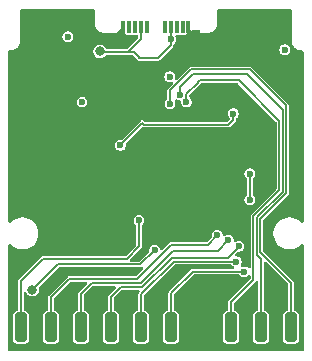
<source format=gbr>
%TF.GenerationSoftware,KiCad,Pcbnew,9.0.4*%
%TF.CreationDate,2025-09-18T11:34:16+02:00*%
%TF.ProjectId,rp2350_gpio_card,72703233-3530-45f6-9770-696f5f636172,X1*%
%TF.SameCoordinates,Original*%
%TF.FileFunction,Copper,L4,Bot*%
%TF.FilePolarity,Positive*%
%FSLAX46Y46*%
G04 Gerber Fmt 4.6, Leading zero omitted, Abs format (unit mm)*
G04 Created by KiCad (PCBNEW 9.0.4) date 2025-09-18 11:34:16*
%MOMM*%
%LPD*%
G01*
G04 APERTURE LIST*
G04 Aperture macros list*
%AMRoundRect*
0 Rectangle with rounded corners*
0 $1 Rounding radius*
0 $2 $3 $4 $5 $6 $7 $8 $9 X,Y pos of 4 corners*
0 Add a 4 corners polygon primitive as box body*
4,1,4,$2,$3,$4,$5,$6,$7,$8,$9,$2,$3,0*
0 Add four circle primitives for the rounded corners*
1,1,$1+$1,$2,$3*
1,1,$1+$1,$4,$5*
1,1,$1+$1,$6,$7*
1,1,$1+$1,$8,$9*
0 Add four rect primitives between the rounded corners*
20,1,$1+$1,$2,$3,$4,$5,0*
20,1,$1+$1,$4,$5,$6,$7,0*
20,1,$1+$1,$6,$7,$8,$9,0*
20,1,$1+$1,$8,$9,$2,$3,0*%
G04 Aperture macros list end*
%TA.AperFunction,SMDPad,CuDef*%
%ADD10R,0.380000X1.000000*%
%TD*%
%TA.AperFunction,SMDPad,CuDef*%
%ADD11R,0.700000X1.150000*%
%TD*%
%TA.AperFunction,ComponentPad*%
%ADD12C,0.600000*%
%TD*%
%TA.AperFunction,SMDPad,CuDef*%
%ADD13RoundRect,0.250000X-0.250000X1.000000X-0.250000X-1.000000X0.250000X-1.000000X0.250000X1.000000X0*%
%TD*%
%TA.AperFunction,ViaPad*%
%ADD14C,0.600000*%
%TD*%
%TA.AperFunction,ViaPad*%
%ADD15C,0.800000*%
%TD*%
%TA.AperFunction,Conductor*%
%ADD16C,0.152400*%
%TD*%
%TA.AperFunction,Conductor*%
%ADD17C,0.254000*%
%TD*%
%TA.AperFunction,Conductor*%
%ADD18C,0.200000*%
%TD*%
G04 APERTURE END LIST*
D10*
%TO.P,P1,B1,GND*%
%TO.N,GND*%
X106305183Y-54186434D03*
%TO.P,P1,B2*%
%TO.N,N/C*%
X105805183Y-54186434D03*
%TO.P,P1,B3*%
X105305183Y-54186434D03*
%TO.P,P1,B4,VBUS*%
%TO.N,VBUS*%
X104805183Y-54186434D03*
%TO.P,P1,B5,VCONN*%
%TO.N,unconnected-(P1-VCONN-PadB5)*%
X104305183Y-54186434D03*
%TO.P,P1,B8*%
%TO.N,N/C*%
X102805183Y-54186434D03*
%TO.P,P1,B9,VBUS*%
%TO.N,VBUS*%
X102305183Y-54186434D03*
%TO.P,P1,B10*%
%TO.N,N/C*%
X101805183Y-54186434D03*
%TO.P,P1,B11*%
X101305183Y-54186434D03*
%TO.P,P1,B12,GND*%
%TO.N,GND*%
X100805183Y-54186434D03*
D11*
%TO.P,P1,S1,SHIELD*%
X106975183Y-55026434D03*
%TD*%
D12*
%TO.P,U1,61,GND*%
%TO.N,GND*%
X105380183Y-68171434D03*
X106755183Y-68171434D03*
X108130183Y-68171434D03*
X105380183Y-66796434D03*
X106755183Y-66796434D03*
X108130183Y-66796434D03*
X105380183Y-65421434D03*
X106755183Y-65421434D03*
X108130183Y-65421434D03*
%TD*%
D13*
%TO.P,J1,1,Pin_1*%
%TO.N,/QSPI_SS*%
X92125183Y-79600000D03*
%TO.P,J1,2,Pin_2*%
%TO.N,/GPIO9*%
X94665183Y-79600000D03*
%TO.P,J1,3,Pin_3*%
%TO.N,/GPIO10*%
X97205183Y-79600000D03*
%TO.P,J1,4,Pin_4*%
%TO.N,/GPIO11*%
X99745183Y-79600000D03*
%TO.P,J1,5,Pin_5*%
%TO.N,/GPIO12*%
X102285183Y-79600000D03*
%TO.P,J1,6,Pin_6*%
%TO.N,/GPIO13*%
X104825183Y-79600000D03*
%TO.P,J1,7,Pin_7*%
%TO.N,GND*%
X107365183Y-79600000D03*
%TO.P,J1,8,Pin_8*%
%TO.N,/GPIO27_ADC1*%
X109905183Y-79600000D03*
%TO.P,J1,9,Pin_9*%
%TO.N,/GPIO28_ADC2*%
X112445183Y-79600000D03*
%TO.P,J1,10,Pin_10*%
%TO.N,/GPIO29_ADC3*%
X114985183Y-79600000D03*
%TD*%
D14*
%TO.N,*%
X96090000Y-54990000D03*
X114460000Y-56080000D03*
X104710000Y-58370000D03*
X97300000Y-60530000D03*
%TO.N,+1V1*%
X110100000Y-61510000D03*
X100550000Y-64200000D03*
%TO.N,VBUS*%
X104805183Y-55220000D03*
D15*
X98800000Y-56246434D03*
D14*
%TO.N,/GPIO27_ADC1*%
X106140000Y-60530000D03*
%TO.N,/GPIO29_ADC3*%
X104755183Y-60670000D03*
%TO.N,/GPIO11*%
X110555183Y-72750000D03*
%TO.N,/QSPI_SS*%
X102130183Y-70540000D03*
%TO.N,/RUN*%
X111500000Y-66600000D03*
X111500000Y-68800000D03*
%TO.N,/GPIO10*%
X109680183Y-72205729D03*
%TO.N,/GPIO9*%
X108755502Y-71815683D03*
%TO.N,/GPIO28_ADC2*%
X105560000Y-59900000D03*
%TO.N,/GPIO0*%
X103434390Y-73064390D03*
D15*
X93100000Y-76400000D03*
D14*
%TO.N,/GPIO13*%
X111040000Y-74896434D03*
%TO.N,/GPIO12*%
X110370000Y-74046434D03*
D15*
%TO.N,GND*%
X97900000Y-55050000D03*
D14*
X103304724Y-72274724D03*
D15*
X96600000Y-70000000D03*
D14*
X109260000Y-61650000D03*
D15*
X109430000Y-55400000D03*
X112380000Y-57550000D03*
D14*
X103010000Y-59820000D03*
X106930000Y-60010000D03*
D15*
X98005183Y-69996434D03*
D14*
X101850000Y-62050000D03*
D15*
X92600000Y-65000000D03*
X93200000Y-68410000D03*
X113330000Y-75850000D03*
D14*
X115180000Y-67250000D03*
D15*
X106860000Y-57060000D03*
X92250000Y-67080000D03*
D14*
X100700000Y-62600000D03*
D15*
X99300000Y-70000000D03*
D14*
X113250000Y-64980000D03*
D15*
X97630183Y-57546434D03*
%TD*%
D16*
%TO.N,GND*%
X100805183Y-54186434D02*
X100805183Y-54214817D01*
D17*
X100805183Y-54214817D02*
X99930000Y-55090000D01*
D16*
%TO.N,+1V1*%
X109670000Y-62440000D02*
X102547200Y-62440000D01*
X102547200Y-62440000D02*
X102407200Y-62300000D01*
X110100000Y-62010000D02*
X109670000Y-62440000D01*
X100550000Y-64150000D02*
X100550000Y-64200000D01*
X110100000Y-61510000D02*
X110100000Y-62010000D01*
X102407200Y-62300000D02*
X102400000Y-62300000D01*
X102400000Y-62300000D02*
X100550000Y-64150000D01*
X102407200Y-62300800D02*
X102407200Y-62300000D01*
%TO.N,VBUS*%
X104805183Y-55694817D02*
X104480000Y-56020000D01*
D18*
X102157706Y-56757706D02*
X102090000Y-56690000D01*
X102090000Y-56690000D02*
X101700000Y-56300000D01*
X102300000Y-55189634D02*
X102305183Y-55194817D01*
D16*
X104805183Y-54186434D02*
X104805183Y-55694817D01*
X102305183Y-54186434D02*
X102305183Y-54994817D01*
D18*
X103742294Y-56757706D02*
X102157706Y-56757706D01*
X98853566Y-56300000D02*
X98800000Y-56246434D01*
D16*
X102305183Y-54994817D02*
X102300000Y-55000000D01*
D18*
X101700000Y-56300000D02*
X98853566Y-56300000D01*
X102305183Y-55194817D02*
X101200000Y-56300000D01*
X102300000Y-55000000D02*
X102300000Y-55189634D01*
X103742294Y-56757706D02*
X104480000Y-56020000D01*
D16*
%TO.N,/GPIO27_ADC1*%
X107080000Y-58880000D02*
X107080000Y-58870000D01*
X109905183Y-77471434D02*
X109905183Y-80196434D01*
X107253566Y-58696434D02*
X110555183Y-58696434D01*
X113994383Y-62135634D02*
X113994383Y-68005617D01*
X107080000Y-58870000D02*
X107253566Y-58696434D01*
X111800000Y-70200000D02*
X111800000Y-75576617D01*
X111800000Y-75576617D02*
X109905183Y-77471434D01*
X113994383Y-68005617D02*
X111800000Y-70200000D01*
X106140000Y-60530000D02*
X106140000Y-59820000D01*
X106140000Y-59820000D02*
X107080000Y-58880000D01*
X110555183Y-58696434D02*
X113994383Y-62135634D01*
%TO.N,/GPIO29_ADC3*%
X111505183Y-57746434D02*
X114555183Y-60796434D01*
X112400000Y-70411288D02*
X112400000Y-73241251D01*
X104755183Y-59546434D02*
X106555183Y-57746434D01*
X112400000Y-73241251D02*
X114985183Y-75826434D01*
X106555183Y-57746434D02*
X111505183Y-57746434D01*
X114985183Y-75826434D02*
X114985183Y-80196434D01*
X114555183Y-60796434D02*
X114555183Y-68256105D01*
X104755183Y-60700000D02*
X104755183Y-60670000D01*
X114555183Y-68256105D02*
X112400000Y-70411288D01*
X104755183Y-60670000D02*
X104755183Y-59546434D01*
%TO.N,/GPIO11*%
X104906966Y-73693034D02*
X102403566Y-76196434D01*
X99745183Y-77006434D02*
X99745183Y-80196434D01*
X102403566Y-76196434D02*
X100555183Y-76196434D01*
X100555183Y-76196434D02*
X99745183Y-77006434D01*
X109633583Y-73693034D02*
X104906966Y-73693034D01*
X110555183Y-72771434D02*
X109633583Y-73693034D01*
%TO.N,/QSPI_SS*%
X92125183Y-75668728D02*
X92125183Y-80196434D01*
X101076617Y-73800000D02*
X93993911Y-73800000D01*
X93993911Y-73800000D02*
X92125183Y-75668728D01*
X102130183Y-70540000D02*
X102130183Y-72746434D01*
X102130183Y-72746434D02*
X101076617Y-73800000D01*
%TO.N,/RUN*%
X111500000Y-66570000D02*
X111500000Y-66600000D01*
X111500000Y-68800000D02*
X111500000Y-68272634D01*
X111500000Y-66600000D02*
X111500000Y-68800000D01*
%TO.N,/GPIO10*%
X97205183Y-76746434D02*
X97205183Y-80196434D01*
X109680183Y-72196434D02*
X109680183Y-72205729D01*
X109680183Y-72205729D02*
X108789478Y-73096434D01*
X108789478Y-73096434D02*
X105028720Y-73096434D01*
X105028720Y-73096434D02*
X102282120Y-75843034D01*
X98108583Y-75843034D02*
X97205183Y-76746434D01*
X102282120Y-75843034D02*
X98108583Y-75843034D01*
%TO.N,/GPIO9*%
X101955289Y-75500000D02*
X96201617Y-75500000D01*
X94665183Y-77036434D02*
X94665183Y-80196434D01*
X104855289Y-72600000D02*
X101955289Y-75500000D01*
X108755502Y-71815683D02*
X107971185Y-72600000D01*
X107971185Y-72600000D02*
X104855289Y-72600000D01*
X96201617Y-75500000D02*
X94665183Y-77036434D01*
%TO.N,/GPIO28_ADC2*%
X105560000Y-59900000D02*
X105430000Y-59770000D01*
X112119600Y-73510851D02*
X112119600Y-70295143D01*
X112119600Y-70295143D02*
X114274783Y-68139959D01*
X105580000Y-59220000D02*
X105580000Y-59880000D01*
X105580000Y-59880000D02*
X105560000Y-59900000D01*
X111255183Y-58146434D02*
X106653566Y-58146434D01*
X112445183Y-73836434D02*
X112119600Y-73510851D01*
X114274783Y-68139959D02*
X114274783Y-61166034D01*
X112445183Y-80196434D02*
X112445183Y-73836434D01*
X106653566Y-58146434D02*
X105580000Y-59220000D01*
X114274783Y-61166034D02*
X111255183Y-58146434D01*
%TO.N,/GPIO0*%
X95223166Y-74276834D02*
X93100000Y-76400000D01*
X102221946Y-74276834D02*
X95223166Y-74276834D01*
X103601588Y-72897192D02*
X103434390Y-73064390D01*
X103434390Y-73064390D02*
X102221946Y-74276834D01*
%TO.N,/GPIO13*%
X104825183Y-76726434D02*
X104825183Y-80196434D01*
X106655183Y-74896434D02*
X104825183Y-76726434D01*
X111055183Y-74896434D02*
X111040000Y-74896434D01*
X111040000Y-74896434D02*
X106655183Y-74896434D01*
%TO.N,/GPIO12*%
X102285183Y-80196434D02*
X102285183Y-76816434D01*
X102285183Y-76816434D02*
X105055183Y-74046434D01*
X110405183Y-74046434D02*
X110370000Y-74046434D01*
X110370000Y-74046434D02*
X105055183Y-74046434D01*
%TO.N,GND*%
X106305183Y-54356434D02*
X106975183Y-55026434D01*
X106305183Y-54186434D02*
X106305183Y-54356434D01*
%TD*%
%TA.AperFunction,Conductor*%
%TO.N,GND*%
G36*
X98297722Y-52666619D02*
G01*
X98343477Y-52719423D01*
X98354683Y-52770934D01*
X98354683Y-53772451D01*
X98354674Y-53772589D01*
X98354676Y-53795111D01*
X98354660Y-53795165D01*
X98354675Y-53925328D01*
X98354675Y-53925329D01*
X98385450Y-54079969D01*
X98385450Y-54079971D01*
X98445796Y-54225632D01*
X98445797Y-54225634D01*
X98445799Y-54225638D01*
X98533405Y-54356735D01*
X98533407Y-54356737D01*
X98533408Y-54356738D01*
X98533410Y-54356741D01*
X98630407Y-54453731D01*
X98644901Y-54468224D01*
X98776003Y-54555822D01*
X98921674Y-54616164D01*
X99076317Y-54646930D01*
X99080000Y-54646930D01*
X99089279Y-54646930D01*
X99089291Y-54646934D01*
X99155154Y-54646934D01*
X99155157Y-54646934D01*
X99221047Y-54646938D01*
X99221051Y-54646936D01*
X99229099Y-54646937D01*
X99229162Y-54646934D01*
X100278923Y-54646934D01*
X100279617Y-54646887D01*
X100283992Y-54646888D01*
X100438640Y-54616136D01*
X100584318Y-54555807D01*
X100715427Y-54468217D01*
X100750611Y-54433038D01*
X100811933Y-54399560D01*
X100881624Y-54404549D01*
X100937555Y-54446424D01*
X100961968Y-54511890D01*
X100962283Y-54520727D01*
X100962283Y-54701488D01*
X100971155Y-54746092D01*
X100971156Y-54746095D01*
X101004948Y-54796667D01*
X101004949Y-54796668D01*
X101055525Y-54830462D01*
X101055526Y-54830462D01*
X101055528Y-54830463D01*
X101076076Y-54834550D01*
X101100126Y-54839334D01*
X101510239Y-54839333D01*
X101530989Y-54835206D01*
X101579372Y-54835206D01*
X101589319Y-54837184D01*
X101600126Y-54839334D01*
X101923100Y-54839333D01*
X101931786Y-54841883D01*
X101940747Y-54840595D01*
X101964783Y-54851572D01*
X101990139Y-54859017D01*
X101996067Y-54865859D01*
X102004303Y-54869620D01*
X102018589Y-54891851D01*
X102035894Y-54911821D01*
X102038181Y-54922336D01*
X102042077Y-54928398D01*
X102047100Y-54963333D01*
X102047100Y-55043884D01*
X102027415Y-55110923D01*
X102010781Y-55131565D01*
X101131565Y-56010781D01*
X101070242Y-56044266D01*
X101043884Y-56047100D01*
X99394940Y-56047100D01*
X99327901Y-56027415D01*
X99287553Y-55985100D01*
X99242432Y-55906948D01*
X99242428Y-55906943D01*
X99139490Y-55804005D01*
X99139485Y-55804001D01*
X99013413Y-55731214D01*
X99013412Y-55731213D01*
X99013411Y-55731213D01*
X98872791Y-55693534D01*
X98727209Y-55693534D01*
X98586589Y-55731213D01*
X98586587Y-55731214D01*
X98586586Y-55731214D01*
X98460514Y-55804001D01*
X98460509Y-55804005D01*
X98357571Y-55906943D01*
X98357567Y-55906948D01*
X98284780Y-56033020D01*
X98284780Y-56033021D01*
X98284779Y-56033023D01*
X98247100Y-56173643D01*
X98247100Y-56319225D01*
X98284779Y-56459845D01*
X98284780Y-56459846D01*
X98284780Y-56459847D01*
X98357567Y-56585919D01*
X98357569Y-56585922D01*
X98357570Y-56585923D01*
X98460511Y-56688864D01*
X98586589Y-56761655D01*
X98727209Y-56799334D01*
X98727211Y-56799334D01*
X98872788Y-56799334D01*
X98872791Y-56799334D01*
X99013411Y-56761655D01*
X99139489Y-56688864D01*
X99239134Y-56589219D01*
X99300457Y-56555734D01*
X99326815Y-56552900D01*
X101149693Y-56552900D01*
X101149695Y-56552901D01*
X101250305Y-56552901D01*
X101250307Y-56552900D01*
X101543884Y-56552900D01*
X101610923Y-56572585D01*
X101631565Y-56589219D01*
X101936236Y-56893891D01*
X101936239Y-56893895D01*
X101943307Y-56900963D01*
X102014449Y-56972105D01*
X102068899Y-56994658D01*
X102107401Y-57010607D01*
X102208011Y-57010607D01*
X102208013Y-57010606D01*
X103677547Y-57010606D01*
X103677555Y-57010607D01*
X103691989Y-57010607D01*
X103792599Y-57010607D01*
X103819823Y-56999329D01*
X103831101Y-56994658D01*
X103831103Y-56994656D01*
X103885551Y-56972105D01*
X103956693Y-56900963D01*
X103956693Y-56900960D01*
X103968608Y-56889046D01*
X103968611Y-56889041D01*
X104694398Y-56163256D01*
X104708759Y-56128583D01*
X104713391Y-56121652D01*
X104714488Y-56116610D01*
X104735632Y-56088363D01*
X104803621Y-56020375D01*
X114007100Y-56020375D01*
X114007100Y-56139625D01*
X114016701Y-56175456D01*
X114037964Y-56254814D01*
X114067777Y-56306450D01*
X114097590Y-56358087D01*
X114181913Y-56442410D01*
X114285187Y-56502036D01*
X114400375Y-56532900D01*
X114400377Y-56532900D01*
X114519623Y-56532900D01*
X114519625Y-56532900D01*
X114634813Y-56502036D01*
X114738087Y-56442410D01*
X114822410Y-56358087D01*
X114882036Y-56254813D01*
X114912900Y-56139625D01*
X114912900Y-56020375D01*
X114882036Y-55905187D01*
X114822410Y-55801913D01*
X114738087Y-55717590D01*
X114652274Y-55668045D01*
X114634814Y-55657964D01*
X114570012Y-55640601D01*
X114519625Y-55627100D01*
X114400375Y-55627100D01*
X114285185Y-55657964D01*
X114181913Y-55717590D01*
X114181910Y-55717592D01*
X114097592Y-55801910D01*
X114097590Y-55801913D01*
X114037964Y-55905185D01*
X114016552Y-55985100D01*
X114007100Y-56020375D01*
X104803621Y-56020375D01*
X104999405Y-55824592D01*
X105028956Y-55753248D01*
X105034283Y-55740388D01*
X105034283Y-55673516D01*
X105035218Y-55665947D01*
X105046188Y-55640601D01*
X105053968Y-55614109D01*
X105060933Y-55606538D01*
X105062973Y-55601826D01*
X105068974Y-55597797D01*
X105077690Y-55588324D01*
X105077523Y-55588157D01*
X105081548Y-55584131D01*
X105082803Y-55582768D01*
X105083263Y-55582413D01*
X105083270Y-55582410D01*
X105167593Y-55498087D01*
X105227219Y-55394813D01*
X105258083Y-55279625D01*
X105258083Y-55160375D01*
X105227219Y-55045187D01*
X105215756Y-55025333D01*
X105214742Y-55021155D01*
X105211838Y-55017987D01*
X105206580Y-54987513D01*
X105199283Y-54957436D01*
X105200689Y-54953370D01*
X105199959Y-54949135D01*
X105212013Y-54920650D01*
X105222134Y-54891408D01*
X105225514Y-54888749D01*
X105227190Y-54884790D01*
X105252740Y-54867337D01*
X105277054Y-54848217D01*
X105282338Y-54847121D01*
X105284885Y-54845382D01*
X105309490Y-54841491D01*
X105319665Y-54839382D01*
X105321395Y-54839333D01*
X105510239Y-54839333D01*
X105541249Y-54833165D01*
X105551702Y-54832872D01*
X105560563Y-54835206D01*
X105579372Y-54835206D01*
X105589319Y-54837184D01*
X105600126Y-54839334D01*
X106010239Y-54839333D01*
X106054841Y-54830462D01*
X106105417Y-54796668D01*
X106139211Y-54746092D01*
X106148083Y-54701491D01*
X106148082Y-54520768D01*
X106167766Y-54453731D01*
X106220570Y-54407976D01*
X106289728Y-54398032D01*
X106353284Y-54427057D01*
X106359757Y-54433082D01*
X106394901Y-54468224D01*
X106526003Y-54555822D01*
X106671674Y-54616164D01*
X106826317Y-54646930D01*
X106830000Y-54646930D01*
X106839279Y-54646930D01*
X106839291Y-54646934D01*
X106905154Y-54646934D01*
X106905157Y-54646934D01*
X106971047Y-54646938D01*
X106971051Y-54646936D01*
X106979099Y-54646937D01*
X106979162Y-54646934D01*
X108028923Y-54646934D01*
X108029617Y-54646887D01*
X108033992Y-54646888D01*
X108188640Y-54616136D01*
X108334318Y-54555807D01*
X108465427Y-54468217D01*
X108576930Y-54356733D01*
X108664542Y-54225639D01*
X108712264Y-54110461D01*
X108724896Y-54079974D01*
X108724896Y-54079973D01*
X108724897Y-54079971D01*
X108755674Y-53925329D01*
X108755675Y-53912354D01*
X108755683Y-53912326D01*
X108755683Y-53846377D01*
X108755691Y-53780599D01*
X108755690Y-53780595D01*
X108755691Y-53772589D01*
X108755683Y-53772451D01*
X108755683Y-52770934D01*
X108775368Y-52703895D01*
X108828172Y-52658140D01*
X108879683Y-52646934D01*
X114930683Y-52646934D01*
X114997722Y-52666619D01*
X115043477Y-52719423D01*
X115054683Y-52770934D01*
X115054683Y-55272489D01*
X115054680Y-55280578D01*
X115054675Y-55280599D01*
X115054676Y-55293375D01*
X115054676Y-55295160D01*
X115054660Y-55295214D01*
X115054675Y-55425328D01*
X115054675Y-55425329D01*
X115085450Y-55579969D01*
X115085450Y-55579971D01*
X115145796Y-55725632D01*
X115145797Y-55725634D01*
X115145799Y-55725638D01*
X115233405Y-55856735D01*
X115233407Y-55856737D01*
X115233408Y-55856738D01*
X115233410Y-55856741D01*
X115338994Y-55962317D01*
X115344901Y-55968224D01*
X115476003Y-56055822D01*
X115621674Y-56116164D01*
X115776317Y-56146930D01*
X115780000Y-56146930D01*
X115789279Y-56146930D01*
X115789291Y-56146934D01*
X115855154Y-56146934D01*
X115855157Y-56146934D01*
X115921047Y-56146938D01*
X115921051Y-56146936D01*
X115929099Y-56146937D01*
X115929162Y-56146934D01*
X115930683Y-56146934D01*
X115997722Y-56166619D01*
X116043477Y-56219423D01*
X116054683Y-56270934D01*
X116054683Y-70636676D01*
X116034998Y-70703715D01*
X115982194Y-70749470D01*
X115913036Y-70759414D01*
X115849480Y-70730389D01*
X115843002Y-70724357D01*
X115734969Y-70616324D01*
X115563003Y-70491385D01*
X115373597Y-70394878D01*
X115373596Y-70394877D01*
X115373595Y-70394877D01*
X115171426Y-70329188D01*
X115171424Y-70329187D01*
X115171423Y-70329187D01*
X115010140Y-70303642D01*
X114961470Y-70295934D01*
X114748896Y-70295934D01*
X114700225Y-70303642D01*
X114538943Y-70329187D01*
X114336768Y-70394878D01*
X114147362Y-70491385D01*
X113975396Y-70616324D01*
X113825073Y-70766647D01*
X113700134Y-70938613D01*
X113603627Y-71128019D01*
X113537936Y-71330194D01*
X113504683Y-71540147D01*
X113504683Y-71752720D01*
X113535128Y-71944945D01*
X113537937Y-71962677D01*
X113597536Y-72146104D01*
X113603627Y-72164848D01*
X113700134Y-72354254D01*
X113825073Y-72526220D01*
X113975396Y-72676543D01*
X114147362Y-72801482D01*
X114147364Y-72801483D01*
X114147367Y-72801485D01*
X114336771Y-72897991D01*
X114538940Y-72963680D01*
X114748896Y-72996934D01*
X114748897Y-72996934D01*
X114961469Y-72996934D01*
X114961470Y-72996934D01*
X115171426Y-72963680D01*
X115373595Y-72897991D01*
X115562999Y-72801485D01*
X115667327Y-72725687D01*
X115734969Y-72676543D01*
X115734971Y-72676540D01*
X115734975Y-72676538D01*
X115843002Y-72568511D01*
X115904325Y-72535026D01*
X115974017Y-72540010D01*
X116029950Y-72581882D01*
X116054367Y-72647346D01*
X116054683Y-72656192D01*
X116054683Y-81521934D01*
X116034998Y-81588973D01*
X115982194Y-81634728D01*
X115930683Y-81645934D01*
X91179683Y-81645934D01*
X91112644Y-81626249D01*
X91066889Y-81573445D01*
X91055683Y-81521934D01*
X91055683Y-78568286D01*
X91472283Y-78568286D01*
X91472283Y-80631713D01*
X91487224Y-80726050D01*
X91487225Y-80726053D01*
X91487226Y-80726055D01*
X91545167Y-80839771D01*
X91545168Y-80839772D01*
X91545171Y-80839776D01*
X91635406Y-80930011D01*
X91635410Y-80930014D01*
X91635412Y-80930016D01*
X91749128Y-80987957D01*
X91749130Y-80987957D01*
X91749132Y-80987958D01*
X91843470Y-81002900D01*
X91843475Y-81002900D01*
X92406896Y-81002900D01*
X92501233Y-80987958D01*
X92501233Y-80987957D01*
X92501238Y-80987957D01*
X92614954Y-80930016D01*
X92705199Y-80839771D01*
X92763140Y-80726055D01*
X92763141Y-80726050D01*
X92778083Y-80631713D01*
X92778083Y-78568286D01*
X92763141Y-78473949D01*
X92763140Y-78473947D01*
X92763140Y-78473945D01*
X92705199Y-78360229D01*
X92705197Y-78360227D01*
X92705194Y-78360223D01*
X92614959Y-78269988D01*
X92614955Y-78269985D01*
X92614954Y-78269984D01*
X92501238Y-78212043D01*
X92501237Y-78212042D01*
X92501234Y-78212041D01*
X92458884Y-78205334D01*
X92395750Y-78175404D01*
X92358819Y-78116093D01*
X92354283Y-78082861D01*
X92354283Y-76676954D01*
X92373968Y-76609915D01*
X92426772Y-76564160D01*
X92495930Y-76554216D01*
X92559486Y-76583241D01*
X92585669Y-76614953D01*
X92586654Y-76616658D01*
X92657567Y-76739485D01*
X92657570Y-76739489D01*
X92760511Y-76842430D01*
X92760512Y-76842431D01*
X92760514Y-76842432D01*
X92819799Y-76876660D01*
X92886589Y-76915221D01*
X93027209Y-76952900D01*
X93027211Y-76952900D01*
X93172788Y-76952900D01*
X93172791Y-76952900D01*
X93313411Y-76915221D01*
X93439489Y-76842430D01*
X93542430Y-76739489D01*
X93615221Y-76613411D01*
X93652900Y-76472791D01*
X93652900Y-76327209D01*
X93638438Y-76273236D01*
X93640101Y-76203387D01*
X93670530Y-76153465D01*
X95281744Y-74542253D01*
X95343067Y-74508768D01*
X95369425Y-74505934D01*
X102267515Y-74505934D01*
X102267516Y-74505934D01*
X102267517Y-74505934D01*
X102292179Y-74495718D01*
X102302464Y-74491457D01*
X102337151Y-74487731D01*
X102371917Y-74483992D01*
X102371924Y-74483995D01*
X102371931Y-74483995D01*
X102399741Y-74497918D01*
X102434398Y-74515264D01*
X102434402Y-74515271D01*
X102434408Y-74515274D01*
X102449871Y-74541341D01*
X102470053Y-74575352D01*
X102470052Y-74575360D01*
X102470056Y-74575366D01*
X102468809Y-74610213D01*
X102467562Y-74645177D01*
X102467558Y-74645183D01*
X102467558Y-74645191D01*
X102467515Y-74645251D01*
X102437587Y-74693704D01*
X101896711Y-75234581D01*
X101835388Y-75268066D01*
X101809030Y-75270900D01*
X96156045Y-75270900D01*
X96138607Y-75278123D01*
X96121168Y-75285347D01*
X96071842Y-75305778D01*
X96071841Y-75305779D01*
X94470963Y-76906656D01*
X94470960Y-76906661D01*
X94451809Y-76952898D01*
X94451808Y-76952901D01*
X94436083Y-76990862D01*
X94436083Y-78082861D01*
X94416398Y-78149900D01*
X94363594Y-78195655D01*
X94331482Y-78205334D01*
X94289131Y-78212041D01*
X94175410Y-78269985D01*
X94175406Y-78269988D01*
X94085171Y-78360223D01*
X94085168Y-78360227D01*
X94027224Y-78473949D01*
X94012283Y-78568286D01*
X94012283Y-80631713D01*
X94027224Y-80726050D01*
X94027225Y-80726053D01*
X94027226Y-80726055D01*
X94085167Y-80839771D01*
X94085168Y-80839772D01*
X94085171Y-80839776D01*
X94175406Y-80930011D01*
X94175410Y-80930014D01*
X94175412Y-80930016D01*
X94289128Y-80987957D01*
X94289130Y-80987957D01*
X94289132Y-80987958D01*
X94383470Y-81002900D01*
X94383475Y-81002900D01*
X94946896Y-81002900D01*
X95041233Y-80987958D01*
X95041233Y-80987957D01*
X95041238Y-80987957D01*
X95154954Y-80930016D01*
X95245199Y-80839771D01*
X95303140Y-80726055D01*
X95303141Y-80726050D01*
X95318083Y-80631713D01*
X95318083Y-78568286D01*
X95303141Y-78473949D01*
X95303140Y-78473947D01*
X95303140Y-78473945D01*
X95245199Y-78360229D01*
X95245197Y-78360227D01*
X95245194Y-78360223D01*
X95154959Y-78269988D01*
X95154955Y-78269985D01*
X95154954Y-78269984D01*
X95041238Y-78212043D01*
X95041237Y-78212042D01*
X95041234Y-78212041D01*
X94998884Y-78205334D01*
X94935750Y-78175404D01*
X94898819Y-78116093D01*
X94894283Y-78082861D01*
X94894283Y-77182692D01*
X94913968Y-77115653D01*
X94930602Y-77095011D01*
X96260194Y-75765419D01*
X96321517Y-75731934D01*
X96347875Y-75729100D01*
X97599159Y-75729100D01*
X97666198Y-75748785D01*
X97711953Y-75801589D01*
X97721897Y-75870747D01*
X97692872Y-75934303D01*
X97686840Y-75940781D01*
X97010962Y-76616656D01*
X97010961Y-76616658D01*
X96986296Y-76676203D01*
X96976083Y-76700862D01*
X96976083Y-78082861D01*
X96956398Y-78149900D01*
X96903594Y-78195655D01*
X96871482Y-78205334D01*
X96829131Y-78212041D01*
X96715410Y-78269985D01*
X96715406Y-78269988D01*
X96625171Y-78360223D01*
X96625168Y-78360227D01*
X96567224Y-78473949D01*
X96552283Y-78568286D01*
X96552283Y-80631713D01*
X96567224Y-80726050D01*
X96567225Y-80726053D01*
X96567226Y-80726055D01*
X96625167Y-80839771D01*
X96625168Y-80839772D01*
X96625171Y-80839776D01*
X96715406Y-80930011D01*
X96715410Y-80930014D01*
X96715412Y-80930016D01*
X96829128Y-80987957D01*
X96829130Y-80987957D01*
X96829132Y-80987958D01*
X96923470Y-81002900D01*
X96923475Y-81002900D01*
X97486896Y-81002900D01*
X97581233Y-80987958D01*
X97581233Y-80987957D01*
X97581238Y-80987957D01*
X97694954Y-80930016D01*
X97785199Y-80839771D01*
X97843140Y-80726055D01*
X97843141Y-80726050D01*
X97858083Y-80631713D01*
X97858083Y-78568286D01*
X97843141Y-78473949D01*
X97843140Y-78473947D01*
X97843140Y-78473945D01*
X97785199Y-78360229D01*
X97785197Y-78360227D01*
X97785194Y-78360223D01*
X97694959Y-78269988D01*
X97694955Y-78269985D01*
X97694954Y-78269984D01*
X97581238Y-78212043D01*
X97581237Y-78212042D01*
X97581234Y-78212041D01*
X97538884Y-78205334D01*
X97475750Y-78175404D01*
X97438819Y-78116093D01*
X97434283Y-78082861D01*
X97434283Y-76892692D01*
X97453968Y-76825653D01*
X97470602Y-76805011D01*
X98167160Y-76108453D01*
X98228483Y-76074968D01*
X98254841Y-76072134D01*
X100056124Y-76072134D01*
X100123163Y-76091819D01*
X100168918Y-76144623D01*
X100178862Y-76213781D01*
X100149837Y-76277337D01*
X100143805Y-76283815D01*
X99550962Y-76876657D01*
X99550960Y-76876660D01*
X99526296Y-76936203D01*
X99516083Y-76960862D01*
X99516083Y-78082861D01*
X99496398Y-78149900D01*
X99443594Y-78195655D01*
X99411482Y-78205334D01*
X99369131Y-78212041D01*
X99255410Y-78269985D01*
X99255406Y-78269988D01*
X99165171Y-78360223D01*
X99165168Y-78360227D01*
X99107224Y-78473949D01*
X99092283Y-78568286D01*
X99092283Y-80631713D01*
X99107224Y-80726050D01*
X99107225Y-80726053D01*
X99107226Y-80726055D01*
X99165167Y-80839771D01*
X99165168Y-80839772D01*
X99165171Y-80839776D01*
X99255406Y-80930011D01*
X99255410Y-80930014D01*
X99255412Y-80930016D01*
X99369128Y-80987957D01*
X99369130Y-80987957D01*
X99369132Y-80987958D01*
X99463470Y-81002900D01*
X99463475Y-81002900D01*
X100026896Y-81002900D01*
X100121233Y-80987958D01*
X100121233Y-80987957D01*
X100121238Y-80987957D01*
X100234954Y-80930016D01*
X100325199Y-80839771D01*
X100383140Y-80726055D01*
X100383141Y-80726050D01*
X100398083Y-80631713D01*
X100398083Y-78568286D01*
X100383141Y-78473949D01*
X100383140Y-78473947D01*
X100383140Y-78473945D01*
X100325199Y-78360229D01*
X100325197Y-78360227D01*
X100325194Y-78360223D01*
X100234959Y-78269988D01*
X100234955Y-78269985D01*
X100234954Y-78269984D01*
X100121238Y-78212043D01*
X100121237Y-78212042D01*
X100121234Y-78212041D01*
X100078884Y-78205334D01*
X100015750Y-78175404D01*
X99978819Y-78116093D01*
X99974283Y-78082861D01*
X99974283Y-77152693D01*
X99993968Y-77085654D01*
X100010602Y-77065012D01*
X100613761Y-76461853D01*
X100675084Y-76428368D01*
X100701442Y-76425534D01*
X102052724Y-76425534D01*
X102119763Y-76445219D01*
X102165518Y-76498023D01*
X102175462Y-76567181D01*
X102154826Y-76619898D01*
X102148405Y-76629214D01*
X102090961Y-76686659D01*
X102069079Y-76739489D01*
X102064062Y-76751599D01*
X102064060Y-76751603D01*
X102056083Y-76770862D01*
X102056083Y-78082861D01*
X102036398Y-78149900D01*
X101983594Y-78195655D01*
X101951482Y-78205334D01*
X101909131Y-78212041D01*
X101795410Y-78269985D01*
X101795406Y-78269988D01*
X101705171Y-78360223D01*
X101705168Y-78360227D01*
X101647224Y-78473949D01*
X101632283Y-78568286D01*
X101632283Y-80631713D01*
X101647224Y-80726050D01*
X101647225Y-80726053D01*
X101647226Y-80726055D01*
X101705167Y-80839771D01*
X101705168Y-80839772D01*
X101705171Y-80839776D01*
X101795406Y-80930011D01*
X101795410Y-80930014D01*
X101795412Y-80930016D01*
X101909128Y-80987957D01*
X101909130Y-80987957D01*
X101909132Y-80987958D01*
X102003470Y-81002900D01*
X102003475Y-81002900D01*
X102566896Y-81002900D01*
X102661233Y-80987958D01*
X102661233Y-80987957D01*
X102661238Y-80987957D01*
X102774954Y-80930016D01*
X102865199Y-80839771D01*
X102923140Y-80726055D01*
X102923141Y-80726050D01*
X102938083Y-80631713D01*
X102938083Y-78568286D01*
X102923141Y-78473949D01*
X102923140Y-78473947D01*
X102923140Y-78473945D01*
X102865199Y-78360229D01*
X102865197Y-78360227D01*
X102865194Y-78360223D01*
X102774959Y-78269988D01*
X102774955Y-78269985D01*
X102774954Y-78269984D01*
X102661238Y-78212043D01*
X102661237Y-78212042D01*
X102661234Y-78212041D01*
X102618884Y-78205334D01*
X102555750Y-78175404D01*
X102518819Y-78116093D01*
X102514283Y-78082861D01*
X102514283Y-76962692D01*
X102533968Y-76895653D01*
X102550602Y-76875011D01*
X105113760Y-74311853D01*
X105175083Y-74278368D01*
X105201441Y-74275534D01*
X109908851Y-74275534D01*
X109975890Y-74295219D01*
X109989483Y-74305330D01*
X110003375Y-74317220D01*
X110007590Y-74324521D01*
X110091913Y-74408844D01*
X110148779Y-74441676D01*
X110157488Y-74449130D01*
X110170552Y-74469188D01*
X110187072Y-74486515D01*
X110189272Y-74497932D01*
X110195619Y-74507677D01*
X110195764Y-74531617D01*
X110200294Y-74555122D01*
X110195972Y-74565916D01*
X110196043Y-74577546D01*
X110183222Y-74597763D01*
X110174326Y-74619986D01*
X110164853Y-74626731D01*
X110158626Y-74636552D01*
X110136912Y-74646628D01*
X110117412Y-74660514D01*
X110101064Y-74663263D01*
X110095248Y-74665962D01*
X110089619Y-74665187D01*
X110076856Y-74667334D01*
X106609611Y-74667334D01*
X106592173Y-74674557D01*
X106574734Y-74681781D01*
X106525408Y-74702212D01*
X106525407Y-74702213D01*
X104630963Y-76596656D01*
X104630961Y-76596658D01*
X104630961Y-76596659D01*
X104621336Y-76619898D01*
X104617525Y-76629098D01*
X104617524Y-76629101D01*
X104596083Y-76680862D01*
X104596083Y-78082861D01*
X104576398Y-78149900D01*
X104523594Y-78195655D01*
X104491482Y-78205334D01*
X104449131Y-78212041D01*
X104335410Y-78269985D01*
X104335406Y-78269988D01*
X104245171Y-78360223D01*
X104245168Y-78360227D01*
X104187224Y-78473949D01*
X104172283Y-78568286D01*
X104172283Y-80631713D01*
X104187224Y-80726050D01*
X104187225Y-80726053D01*
X104187226Y-80726055D01*
X104245167Y-80839771D01*
X104245168Y-80839772D01*
X104245171Y-80839776D01*
X104335406Y-80930011D01*
X104335410Y-80930014D01*
X104335412Y-80930016D01*
X104449128Y-80987957D01*
X104449130Y-80987957D01*
X104449132Y-80987958D01*
X104543470Y-81002900D01*
X104543475Y-81002900D01*
X105106896Y-81002900D01*
X105201233Y-80987958D01*
X105201233Y-80987957D01*
X105201238Y-80987957D01*
X105314954Y-80930016D01*
X105405199Y-80839771D01*
X105463140Y-80726055D01*
X105463141Y-80726050D01*
X105478083Y-80631713D01*
X105478083Y-78568286D01*
X105463141Y-78473949D01*
X105463140Y-78473947D01*
X105463140Y-78473945D01*
X105405199Y-78360229D01*
X105405197Y-78360227D01*
X105405194Y-78360223D01*
X105314959Y-78269988D01*
X105314955Y-78269985D01*
X105314954Y-78269984D01*
X105201238Y-78212043D01*
X105201237Y-78212042D01*
X105201234Y-78212041D01*
X105158884Y-78205334D01*
X105095750Y-78175404D01*
X105058819Y-78116093D01*
X105054283Y-78082861D01*
X105054283Y-76872692D01*
X105073968Y-76805653D01*
X105090602Y-76785011D01*
X106713760Y-75161853D01*
X106775083Y-75128368D01*
X106801441Y-75125534D01*
X110578851Y-75125534D01*
X110645890Y-75145219D01*
X110671676Y-75168940D01*
X110671843Y-75168774D01*
X110675838Y-75172769D01*
X110677225Y-75174045D01*
X110677589Y-75174519D01*
X110677590Y-75174521D01*
X110761913Y-75258844D01*
X110865187Y-75318470D01*
X110980375Y-75349334D01*
X110980377Y-75349334D01*
X111099623Y-75349334D01*
X111099625Y-75349334D01*
X111214813Y-75318470D01*
X111318087Y-75258844D01*
X111359219Y-75217712D01*
X111378655Y-75207099D01*
X111395389Y-75192599D01*
X111408720Y-75190682D01*
X111420542Y-75184227D01*
X111442628Y-75185806D01*
X111464547Y-75182655D01*
X111476798Y-75188250D01*
X111490234Y-75189211D01*
X111507960Y-75202481D01*
X111528103Y-75211680D01*
X111535385Y-75223011D01*
X111546167Y-75231083D01*
X111553904Y-75251828D01*
X111565877Y-75270458D01*
X111569028Y-75292376D01*
X111570584Y-75296547D01*
X111570900Y-75305393D01*
X111570900Y-75430358D01*
X111551215Y-75497397D01*
X111534581Y-75518039D01*
X109710962Y-77341657D01*
X109710960Y-77341660D01*
X109686296Y-77401203D01*
X109676083Y-77425862D01*
X109676083Y-78082861D01*
X109656398Y-78149900D01*
X109603594Y-78195655D01*
X109571482Y-78205334D01*
X109529131Y-78212041D01*
X109415410Y-78269985D01*
X109415406Y-78269988D01*
X109325171Y-78360223D01*
X109325168Y-78360227D01*
X109267224Y-78473949D01*
X109252283Y-78568286D01*
X109252283Y-80631713D01*
X109267224Y-80726050D01*
X109267225Y-80726053D01*
X109267226Y-80726055D01*
X109325167Y-80839771D01*
X109325168Y-80839772D01*
X109325171Y-80839776D01*
X109415406Y-80930011D01*
X109415410Y-80930014D01*
X109415412Y-80930016D01*
X109529128Y-80987957D01*
X109529130Y-80987957D01*
X109529132Y-80987958D01*
X109623470Y-81002900D01*
X109623475Y-81002900D01*
X110186896Y-81002900D01*
X110281233Y-80987958D01*
X110281233Y-80987957D01*
X110281238Y-80987957D01*
X110394954Y-80930016D01*
X110485199Y-80839771D01*
X110543140Y-80726055D01*
X110543141Y-80726050D01*
X110558083Y-80631713D01*
X110558083Y-78568286D01*
X110543141Y-78473949D01*
X110543140Y-78473947D01*
X110543140Y-78473945D01*
X110485199Y-78360229D01*
X110485197Y-78360227D01*
X110485194Y-78360223D01*
X110394959Y-78269988D01*
X110394955Y-78269985D01*
X110394954Y-78269984D01*
X110281238Y-78212043D01*
X110281237Y-78212042D01*
X110281234Y-78212041D01*
X110238884Y-78205334D01*
X110175750Y-78175404D01*
X110138819Y-78116093D01*
X110134283Y-78082861D01*
X110134283Y-77617693D01*
X110153968Y-77550654D01*
X110170602Y-77530012D01*
X112002858Y-75697756D01*
X112005517Y-75700415D01*
X112042588Y-75669433D01*
X112111912Y-75660722D01*
X112174941Y-75690873D01*
X112211663Y-75750315D01*
X112216083Y-75783126D01*
X112216083Y-78082861D01*
X112196398Y-78149900D01*
X112143594Y-78195655D01*
X112111482Y-78205334D01*
X112069131Y-78212041D01*
X111955410Y-78269985D01*
X111955406Y-78269988D01*
X111865171Y-78360223D01*
X111865168Y-78360227D01*
X111807224Y-78473949D01*
X111792283Y-78568286D01*
X111792283Y-80631713D01*
X111807224Y-80726050D01*
X111807225Y-80726053D01*
X111807226Y-80726055D01*
X111865167Y-80839771D01*
X111865168Y-80839772D01*
X111865171Y-80839776D01*
X111955406Y-80930011D01*
X111955410Y-80930014D01*
X111955412Y-80930016D01*
X112069128Y-80987957D01*
X112069130Y-80987957D01*
X112069132Y-80987958D01*
X112163470Y-81002900D01*
X112163475Y-81002900D01*
X112726896Y-81002900D01*
X112821233Y-80987958D01*
X112821233Y-80987957D01*
X112821238Y-80987957D01*
X112934954Y-80930016D01*
X113025199Y-80839771D01*
X113083140Y-80726055D01*
X113083141Y-80726050D01*
X113098083Y-80631713D01*
X113098083Y-78568286D01*
X113083141Y-78473949D01*
X113083140Y-78473947D01*
X113083140Y-78473945D01*
X113025199Y-78360229D01*
X113025197Y-78360227D01*
X113025194Y-78360223D01*
X112934959Y-78269988D01*
X112934955Y-78269985D01*
X112934954Y-78269984D01*
X112821238Y-78212043D01*
X112821237Y-78212042D01*
X112821234Y-78212041D01*
X112778884Y-78205334D01*
X112715750Y-78175404D01*
X112678819Y-78116093D01*
X112674283Y-78082861D01*
X112674283Y-74138893D01*
X112693968Y-74071854D01*
X112746772Y-74026099D01*
X112815930Y-74016155D01*
X112879486Y-74045180D01*
X112885964Y-74051212D01*
X114719764Y-75885012D01*
X114753249Y-75946335D01*
X114756083Y-75972693D01*
X114756083Y-78082861D01*
X114736398Y-78149900D01*
X114683594Y-78195655D01*
X114651482Y-78205334D01*
X114609131Y-78212041D01*
X114495410Y-78269985D01*
X114495406Y-78269988D01*
X114405171Y-78360223D01*
X114405168Y-78360227D01*
X114347224Y-78473949D01*
X114332283Y-78568286D01*
X114332283Y-80631713D01*
X114347224Y-80726050D01*
X114347225Y-80726053D01*
X114347226Y-80726055D01*
X114405167Y-80839771D01*
X114405168Y-80839772D01*
X114405171Y-80839776D01*
X114495406Y-80930011D01*
X114495410Y-80930014D01*
X114495412Y-80930016D01*
X114609128Y-80987957D01*
X114609130Y-80987957D01*
X114609132Y-80987958D01*
X114703470Y-81002900D01*
X114703475Y-81002900D01*
X115266896Y-81002900D01*
X115361233Y-80987958D01*
X115361233Y-80987957D01*
X115361238Y-80987957D01*
X115474954Y-80930016D01*
X115565199Y-80839771D01*
X115623140Y-80726055D01*
X115623141Y-80726050D01*
X115638083Y-80631713D01*
X115638083Y-78568286D01*
X115623141Y-78473949D01*
X115623140Y-78473947D01*
X115623140Y-78473945D01*
X115565199Y-78360229D01*
X115565197Y-78360227D01*
X115565194Y-78360223D01*
X115474959Y-78269988D01*
X115474955Y-78269985D01*
X115474954Y-78269984D01*
X115361238Y-78212043D01*
X115361237Y-78212042D01*
X115361234Y-78212041D01*
X115318884Y-78205334D01*
X115255750Y-78175404D01*
X115218819Y-78116093D01*
X115214283Y-78082861D01*
X115214283Y-75780864D01*
X115214283Y-75780863D01*
X115192842Y-75729100D01*
X115179405Y-75696659D01*
X112665419Y-73182673D01*
X112631934Y-73121350D01*
X112629100Y-73094992D01*
X112629100Y-70557547D01*
X112648785Y-70490508D01*
X112665419Y-70469866D01*
X113065062Y-70070223D01*
X114749405Y-68385880D01*
X114784283Y-68301675D01*
X114784283Y-68210535D01*
X114784283Y-60750863D01*
X114749404Y-60666659D01*
X114684958Y-60602213D01*
X111634958Y-57552212D01*
X111575416Y-57527549D01*
X111575415Y-57527548D01*
X111550754Y-57517334D01*
X106509612Y-57517334D01*
X106509611Y-57517334D01*
X106425407Y-57552213D01*
X105349175Y-58628444D01*
X105287852Y-58661929D01*
X105218160Y-58656945D01*
X105162227Y-58615073D01*
X105137810Y-58549609D01*
X105141718Y-58508678D01*
X105162900Y-58429625D01*
X105162900Y-58310375D01*
X105132036Y-58195187D01*
X105072410Y-58091913D01*
X104988087Y-58007590D01*
X104932565Y-57975534D01*
X104884814Y-57947964D01*
X104827219Y-57932532D01*
X104769625Y-57917100D01*
X104650375Y-57917100D01*
X104535185Y-57947964D01*
X104431913Y-58007590D01*
X104431910Y-58007592D01*
X104347592Y-58091910D01*
X104347590Y-58091913D01*
X104287964Y-58195185D01*
X104257100Y-58310375D01*
X104257100Y-58429624D01*
X104287964Y-58544814D01*
X104308705Y-58580737D01*
X104347590Y-58648087D01*
X104431913Y-58732410D01*
X104535187Y-58792036D01*
X104650375Y-58822900D01*
X104650377Y-58822900D01*
X104769622Y-58822900D01*
X104769625Y-58822900D01*
X104848674Y-58801719D01*
X104918519Y-58803382D01*
X104976381Y-58842544D01*
X105003886Y-58906772D01*
X104992300Y-58975674D01*
X104968444Y-59009175D01*
X104560963Y-59416656D01*
X104560961Y-59416658D01*
X104560961Y-59416659D01*
X104547524Y-59449100D01*
X104536803Y-59474981D01*
X104526083Y-59500862D01*
X104526083Y-60208850D01*
X104506398Y-60275889D01*
X104482675Y-60301675D01*
X104482843Y-60301843D01*
X104478837Y-60305848D01*
X104477574Y-60307222D01*
X104477101Y-60307584D01*
X104392772Y-60391913D01*
X104333147Y-60495185D01*
X104307843Y-60589623D01*
X104302283Y-60610375D01*
X104302283Y-60729625D01*
X104307974Y-60750863D01*
X104333147Y-60844814D01*
X104360004Y-60891330D01*
X104392773Y-60948087D01*
X104477096Y-61032410D01*
X104580370Y-61092036D01*
X104695558Y-61122900D01*
X104695560Y-61122900D01*
X104814806Y-61122900D01*
X104814808Y-61122900D01*
X104929996Y-61092036D01*
X105033270Y-61032410D01*
X105117593Y-60948087D01*
X105177219Y-60844813D01*
X105208083Y-60729625D01*
X105208083Y-60610375D01*
X105177219Y-60495187D01*
X105177218Y-60495185D01*
X105177218Y-60495184D01*
X105154669Y-60456130D01*
X105138195Y-60388230D01*
X105161047Y-60322202D01*
X105215967Y-60279011D01*
X105285520Y-60272369D01*
X105324056Y-60286742D01*
X105385181Y-60322033D01*
X105385182Y-60322033D01*
X105385187Y-60322036D01*
X105500375Y-60352900D01*
X105500377Y-60352900D01*
X105563100Y-60352900D01*
X105630139Y-60372585D01*
X105675894Y-60425389D01*
X105687100Y-60476900D01*
X105687100Y-60589625D01*
X105702532Y-60647219D01*
X105717964Y-60704814D01*
X105732288Y-60729623D01*
X105777590Y-60808087D01*
X105861913Y-60892410D01*
X105965187Y-60952036D01*
X106080375Y-60982900D01*
X106080377Y-60982900D01*
X106199623Y-60982900D01*
X106199625Y-60982900D01*
X106314813Y-60952036D01*
X106418087Y-60892410D01*
X106502410Y-60808087D01*
X106562036Y-60704813D01*
X106592900Y-60589625D01*
X106592900Y-60470375D01*
X106562036Y-60355187D01*
X106531237Y-60301843D01*
X106502410Y-60251913D01*
X106418081Y-60167584D01*
X106417609Y-60167222D01*
X106417311Y-60166814D01*
X106414037Y-60163540D01*
X106411897Y-60162563D01*
X106394918Y-60136143D01*
X106376409Y-60110792D01*
X106375584Y-60106058D01*
X106374123Y-60103785D01*
X106369100Y-60068850D01*
X106369100Y-59966258D01*
X106388785Y-59899219D01*
X106405419Y-59878577D01*
X107274219Y-59009777D01*
X107274222Y-59009774D01*
X107274223Y-59009770D01*
X107277188Y-59005333D01*
X107277585Y-59003511D01*
X107298731Y-58975264D01*
X107312148Y-58961847D01*
X107373470Y-58928367D01*
X107399824Y-58925534D01*
X110408924Y-58925534D01*
X110475963Y-58945219D01*
X110496605Y-58961853D01*
X113728964Y-62194212D01*
X113762449Y-62255535D01*
X113765283Y-62281893D01*
X113765283Y-67859358D01*
X113745598Y-67926397D01*
X113728964Y-67947039D01*
X111605779Y-70070223D01*
X111605777Y-70070226D01*
X111581113Y-70129769D01*
X111570900Y-70154428D01*
X111570900Y-74487475D01*
X111551215Y-74554514D01*
X111498411Y-74600269D01*
X111429253Y-74610213D01*
X111365697Y-74581188D01*
X111359219Y-74575156D01*
X111318089Y-74534026D01*
X111318087Y-74534024D01*
X111255575Y-74497932D01*
X111214814Y-74474398D01*
X111157219Y-74458966D01*
X111099625Y-74443534D01*
X110980375Y-74443534D01*
X110980373Y-74443534D01*
X110894902Y-74466435D01*
X110825052Y-74464771D01*
X110767190Y-74425608D01*
X110739687Y-74361379D01*
X110751274Y-74292477D01*
X110755410Y-74284683D01*
X110792036Y-74221247D01*
X110822900Y-74106059D01*
X110822900Y-73986809D01*
X110792036Y-73871621D01*
X110732410Y-73768347D01*
X110648087Y-73684024D01*
X110596450Y-73654211D01*
X110544814Y-73624398D01*
X110475321Y-73605778D01*
X110429625Y-73593534D01*
X110356441Y-73593534D01*
X110335195Y-73587295D01*
X110313107Y-73585716D01*
X110302323Y-73577643D01*
X110289402Y-73573849D01*
X110274902Y-73557115D01*
X110257174Y-73543844D01*
X110252466Y-73531223D01*
X110243647Y-73521045D01*
X110240495Y-73499127D01*
X110232757Y-73478380D01*
X110235619Y-73465219D01*
X110233703Y-73451887D01*
X110242902Y-73431743D01*
X110247609Y-73410107D01*
X110260877Y-73392381D01*
X110262728Y-73388331D01*
X110268760Y-73381853D01*
X110411394Y-73239219D01*
X110472717Y-73205734D01*
X110499075Y-73202900D01*
X110614806Y-73202900D01*
X110614808Y-73202900D01*
X110729996Y-73172036D01*
X110833270Y-73112410D01*
X110917593Y-73028087D01*
X110977219Y-72924813D01*
X111008083Y-72809625D01*
X111008083Y-72690375D01*
X110977219Y-72575187D01*
X110917593Y-72471913D01*
X110833270Y-72387590D01*
X110742150Y-72334981D01*
X110729997Y-72327964D01*
X110639671Y-72303762D01*
X110614808Y-72297100D01*
X110495558Y-72297100D01*
X110380368Y-72327964D01*
X110319084Y-72363348D01*
X110251184Y-72379821D01*
X110185157Y-72356969D01*
X110141966Y-72302048D01*
X110133083Y-72255961D01*
X110133083Y-72146106D01*
X110133083Y-72146104D01*
X110102219Y-72030916D01*
X110042593Y-71927642D01*
X109958270Y-71843319D01*
X109906633Y-71813506D01*
X109854997Y-71783693D01*
X109767011Y-71760118D01*
X109739808Y-71752829D01*
X109620558Y-71752829D01*
X109505368Y-71783693D01*
X109431047Y-71826603D01*
X109402096Y-71843319D01*
X109402094Y-71843320D01*
X109395058Y-71847383D01*
X109393545Y-71844763D01*
X109341792Y-71864753D01*
X109273352Y-71850694D01*
X109223377Y-71801865D01*
X109210730Y-71763847D01*
X109210505Y-71763908D01*
X109209489Y-71760118D01*
X109208574Y-71757366D01*
X109208402Y-71756066D01*
X109208402Y-71756058D01*
X109177538Y-71640870D01*
X109117912Y-71537596D01*
X109033589Y-71453273D01*
X108981952Y-71423460D01*
X108930316Y-71393647D01*
X108872721Y-71378215D01*
X108815127Y-71362783D01*
X108695877Y-71362783D01*
X108580687Y-71393647D01*
X108477415Y-71453273D01*
X108477412Y-71453275D01*
X108393094Y-71537593D01*
X108393092Y-71537596D01*
X108333466Y-71640868D01*
X108302602Y-71756058D01*
X108302602Y-71875310D01*
X108302681Y-71875911D01*
X108302602Y-71876417D01*
X108302602Y-71883435D01*
X108301507Y-71883435D01*
X108291909Y-71944945D01*
X108267421Y-71979766D01*
X107912607Y-72334581D01*
X107851284Y-72368066D01*
X107824926Y-72370900D01*
X104809715Y-72370900D01*
X104739585Y-72399950D01*
X104725514Y-72405778D01*
X104725511Y-72405780D01*
X104089714Y-73041577D01*
X104059624Y-73058007D01*
X104029688Y-73074773D01*
X104028997Y-73074731D01*
X104028391Y-73075062D01*
X103994213Y-73072617D01*
X103959947Y-73070536D01*
X103959388Y-73070127D01*
X103958699Y-73070078D01*
X103931255Y-73049533D01*
X103903568Y-73029266D01*
X103903209Y-73028538D01*
X103902766Y-73028206D01*
X103886322Y-72998472D01*
X103883963Y-72992349D01*
X103856426Y-72889577D01*
X103820978Y-72828181D01*
X103795810Y-72767417D01*
X103731363Y-72702970D01*
X103731359Y-72702968D01*
X103731357Y-72702967D01*
X103678106Y-72680910D01*
X103663557Y-72673736D01*
X103609204Y-72642354D01*
X103551609Y-72626922D01*
X103494015Y-72611490D01*
X103374765Y-72611490D01*
X103259575Y-72642354D01*
X103156303Y-72701980D01*
X103156300Y-72701982D01*
X103071982Y-72786300D01*
X103071980Y-72786303D01*
X103012354Y-72889575D01*
X102981490Y-73004765D01*
X102981490Y-73124017D01*
X102981569Y-73124618D01*
X102981490Y-73125124D01*
X102981490Y-73132142D01*
X102980395Y-73132142D01*
X102970797Y-73193652D01*
X102946309Y-73228473D01*
X102163368Y-74011415D01*
X102102045Y-74044900D01*
X102075687Y-74047734D01*
X101452242Y-74047734D01*
X101385203Y-74028049D01*
X101339448Y-73975245D01*
X101329504Y-73906087D01*
X101358529Y-73842531D01*
X101364561Y-73836053D01*
X101594836Y-73605778D01*
X102324404Y-72876209D01*
X102341353Y-72835290D01*
X102359283Y-72792005D01*
X102359283Y-71001148D01*
X102378968Y-70934109D01*
X102402690Y-70908324D01*
X102402523Y-70908157D01*
X102406548Y-70904131D01*
X102407803Y-70902768D01*
X102408263Y-70902413D01*
X102408270Y-70902410D01*
X102492593Y-70818087D01*
X102552219Y-70714813D01*
X102583083Y-70599625D01*
X102583083Y-70480375D01*
X102552219Y-70365187D01*
X102492593Y-70261913D01*
X102408270Y-70177590D01*
X102325443Y-70129769D01*
X102304997Y-70117964D01*
X102247402Y-70102532D01*
X102189808Y-70087100D01*
X102070558Y-70087100D01*
X101955368Y-70117964D01*
X101852096Y-70177590D01*
X101852093Y-70177592D01*
X101767775Y-70261910D01*
X101767773Y-70261913D01*
X101708147Y-70365185D01*
X101700191Y-70394878D01*
X101677283Y-70480375D01*
X101677283Y-70599625D01*
X101681759Y-70616330D01*
X101708147Y-70714814D01*
X101732990Y-70757842D01*
X101767773Y-70818087D01*
X101852096Y-70902410D01*
X101852098Y-70902411D01*
X101852563Y-70902768D01*
X101852858Y-70903172D01*
X101857843Y-70908157D01*
X101857066Y-70908933D01*
X101893770Y-70959193D01*
X101901083Y-71001148D01*
X101901083Y-72600175D01*
X101881398Y-72667214D01*
X101864764Y-72687856D01*
X101018039Y-73534581D01*
X100956716Y-73568066D01*
X100930358Y-73570900D01*
X93948339Y-73570900D01*
X93893698Y-73593534D01*
X93893697Y-73593533D01*
X93864137Y-73605778D01*
X93864134Y-73605780D01*
X91930960Y-75538953D01*
X91915712Y-75575767D01*
X91906779Y-75597334D01*
X91906779Y-75597335D01*
X91896083Y-75623155D01*
X91896083Y-78082861D01*
X91876398Y-78149900D01*
X91823594Y-78195655D01*
X91791482Y-78205334D01*
X91749131Y-78212041D01*
X91635410Y-78269985D01*
X91635406Y-78269988D01*
X91545171Y-78360223D01*
X91545168Y-78360227D01*
X91487224Y-78473949D01*
X91472283Y-78568286D01*
X91055683Y-78568286D01*
X91055683Y-72656192D01*
X91075368Y-72589153D01*
X91128172Y-72543398D01*
X91197330Y-72533454D01*
X91260886Y-72562479D01*
X91267364Y-72568511D01*
X91375396Y-72676543D01*
X91547362Y-72801482D01*
X91547364Y-72801483D01*
X91547367Y-72801485D01*
X91736771Y-72897991D01*
X91938940Y-72963680D01*
X92148896Y-72996934D01*
X92148897Y-72996934D01*
X92361469Y-72996934D01*
X92361470Y-72996934D01*
X92571426Y-72963680D01*
X92773595Y-72897991D01*
X92962999Y-72801485D01*
X93067327Y-72725687D01*
X93134969Y-72676543D01*
X93134971Y-72676540D01*
X93134975Y-72676538D01*
X93285287Y-72526226D01*
X93285289Y-72526222D01*
X93285292Y-72526220D01*
X93403624Y-72363348D01*
X93410234Y-72354250D01*
X93506740Y-72164846D01*
X93572429Y-71962677D01*
X93605683Y-71752721D01*
X93605683Y-71540147D01*
X93572429Y-71330191D01*
X93506740Y-71128022D01*
X93410234Y-70938618D01*
X93410232Y-70938615D01*
X93410231Y-70938613D01*
X93285292Y-70766647D01*
X93134969Y-70616324D01*
X92963003Y-70491385D01*
X92773597Y-70394878D01*
X92773596Y-70394877D01*
X92773595Y-70394877D01*
X92571426Y-70329188D01*
X92571424Y-70329187D01*
X92571423Y-70329187D01*
X92410140Y-70303642D01*
X92361470Y-70295934D01*
X92148896Y-70295934D01*
X92100225Y-70303642D01*
X91938943Y-70329187D01*
X91736768Y-70394878D01*
X91547362Y-70491385D01*
X91375396Y-70616324D01*
X91375392Y-70616328D01*
X91267364Y-70724357D01*
X91206041Y-70757842D01*
X91136349Y-70752858D01*
X91080416Y-70710986D01*
X91055999Y-70645522D01*
X91055683Y-70636676D01*
X91055683Y-66540375D01*
X111047100Y-66540375D01*
X111047100Y-66659624D01*
X111077964Y-66774814D01*
X111107777Y-66826450D01*
X111137590Y-66878087D01*
X111221913Y-66962410D01*
X111221915Y-66962411D01*
X111222380Y-66962768D01*
X111222675Y-66963172D01*
X111227660Y-66968157D01*
X111226883Y-66968933D01*
X111263587Y-67019193D01*
X111270900Y-67061148D01*
X111270900Y-68338850D01*
X111251215Y-68405889D01*
X111227492Y-68431675D01*
X111227660Y-68431843D01*
X111223654Y-68435848D01*
X111222391Y-68437222D01*
X111221918Y-68437584D01*
X111137589Y-68521913D01*
X111077964Y-68625185D01*
X111047100Y-68740375D01*
X111047100Y-68859624D01*
X111077964Y-68974814D01*
X111107777Y-69026450D01*
X111137590Y-69078087D01*
X111221913Y-69162410D01*
X111325187Y-69222036D01*
X111440375Y-69252900D01*
X111440377Y-69252900D01*
X111559623Y-69252900D01*
X111559625Y-69252900D01*
X111674813Y-69222036D01*
X111778087Y-69162410D01*
X111862410Y-69078087D01*
X111922036Y-68974813D01*
X111952900Y-68859625D01*
X111952900Y-68740375D01*
X111922036Y-68625187D01*
X111862410Y-68521913D01*
X111778087Y-68437590D01*
X111778081Y-68437584D01*
X111777609Y-68437222D01*
X111777311Y-68436814D01*
X111772340Y-68431843D01*
X111773115Y-68431067D01*
X111736409Y-68380792D01*
X111729100Y-68338850D01*
X111729100Y-67061148D01*
X111748785Y-66994109D01*
X111772507Y-66968324D01*
X111772340Y-66968157D01*
X111776365Y-66964131D01*
X111777620Y-66962768D01*
X111778080Y-66962413D01*
X111778087Y-66962410D01*
X111862410Y-66878087D01*
X111922036Y-66774813D01*
X111952900Y-66659625D01*
X111952900Y-66540375D01*
X111922036Y-66425187D01*
X111862410Y-66321913D01*
X111778087Y-66237590D01*
X111726450Y-66207777D01*
X111674814Y-66177964D01*
X111617219Y-66162532D01*
X111559625Y-66147100D01*
X111440375Y-66147100D01*
X111325185Y-66177964D01*
X111221913Y-66237590D01*
X111221910Y-66237592D01*
X111137592Y-66321910D01*
X111137590Y-66321913D01*
X111077964Y-66425185D01*
X111047100Y-66540375D01*
X91055683Y-66540375D01*
X91055683Y-64140375D01*
X100097100Y-64140375D01*
X100097100Y-64259624D01*
X100127964Y-64374814D01*
X100157777Y-64426450D01*
X100187590Y-64478087D01*
X100271913Y-64562410D01*
X100375187Y-64622036D01*
X100490375Y-64652900D01*
X100490377Y-64652900D01*
X100609623Y-64652900D01*
X100609625Y-64652900D01*
X100724813Y-64622036D01*
X100828087Y-64562410D01*
X100912410Y-64478087D01*
X100972036Y-64374813D01*
X101002900Y-64259625D01*
X101002900Y-64140375D01*
X100996222Y-64115452D01*
X100997885Y-64045604D01*
X101028314Y-63995681D01*
X102339288Y-62684708D01*
X102356829Y-62675130D01*
X102371462Y-62661507D01*
X102386870Y-62658726D01*
X102400609Y-62651225D01*
X102420546Y-62652650D01*
X102440222Y-62649101D01*
X102467200Y-62655987D01*
X102470301Y-62656209D01*
X102474420Y-62657830D01*
X102476967Y-62658885D01*
X102501626Y-62669099D01*
X102501627Y-62669099D01*
X102501629Y-62669100D01*
X102501630Y-62669100D01*
X109715569Y-62669100D01*
X109715570Y-62669100D01*
X109715571Y-62669100D01*
X109740233Y-62658884D01*
X109799775Y-62634222D01*
X110294222Y-62139774D01*
X110294222Y-62139772D01*
X110294224Y-62139771D01*
X110322750Y-62070900D01*
X110329100Y-62055570D01*
X110329100Y-61971148D01*
X110348785Y-61904109D01*
X110372507Y-61878324D01*
X110372340Y-61878157D01*
X110376365Y-61874131D01*
X110377620Y-61872768D01*
X110378080Y-61872413D01*
X110378087Y-61872410D01*
X110462410Y-61788087D01*
X110522036Y-61684813D01*
X110552900Y-61569625D01*
X110552900Y-61450375D01*
X110522036Y-61335187D01*
X110462410Y-61231913D01*
X110378087Y-61147590D01*
X110326450Y-61117777D01*
X110274814Y-61087964D01*
X110217219Y-61072532D01*
X110159625Y-61057100D01*
X110040375Y-61057100D01*
X109925185Y-61087964D01*
X109821913Y-61147590D01*
X109821910Y-61147592D01*
X109737592Y-61231910D01*
X109737590Y-61231913D01*
X109677964Y-61335185D01*
X109647100Y-61450375D01*
X109647100Y-61569624D01*
X109677964Y-61684814D01*
X109707777Y-61736450D01*
X109737590Y-61788087D01*
X109737592Y-61788089D01*
X109780072Y-61830569D01*
X109784410Y-61838514D01*
X109791658Y-61843940D01*
X109800892Y-61868699D01*
X109813557Y-61891892D01*
X109812911Y-61900921D01*
X109816075Y-61909404D01*
X109810458Y-61935224D01*
X109808573Y-61961584D01*
X109802754Y-61970637D01*
X109801223Y-61977677D01*
X109780072Y-62005931D01*
X109611422Y-62174581D01*
X109550099Y-62208066D01*
X109523741Y-62210900D01*
X102693459Y-62210900D01*
X102626420Y-62191215D01*
X102605778Y-62174581D01*
X102536975Y-62105778D01*
X102536973Y-62105777D01*
X102477433Y-62081115D01*
X102477432Y-62081114D01*
X102452771Y-62070900D01*
X102354429Y-62070900D01*
X102354428Y-62070900D01*
X102329768Y-62081112D01*
X102329769Y-62081113D01*
X102270226Y-62105777D01*
X102270223Y-62105779D01*
X100665221Y-63710781D01*
X100603898Y-63744266D01*
X100577540Y-63747100D01*
X100490375Y-63747100D01*
X100375185Y-63777964D01*
X100271913Y-63837590D01*
X100271910Y-63837592D01*
X100187592Y-63921910D01*
X100187590Y-63921913D01*
X100127964Y-64025185D01*
X100097100Y-64140375D01*
X91055683Y-64140375D01*
X91055683Y-60470375D01*
X96847100Y-60470375D01*
X96847100Y-60589625D01*
X96862532Y-60647219D01*
X96877964Y-60704814D01*
X96892288Y-60729623D01*
X96937590Y-60808087D01*
X97021913Y-60892410D01*
X97125187Y-60952036D01*
X97240375Y-60982900D01*
X97240377Y-60982900D01*
X97359623Y-60982900D01*
X97359625Y-60982900D01*
X97474813Y-60952036D01*
X97578087Y-60892410D01*
X97662410Y-60808087D01*
X97722036Y-60704813D01*
X97752900Y-60589625D01*
X97752900Y-60470375D01*
X97722036Y-60355187D01*
X97662410Y-60251913D01*
X97578087Y-60167590D01*
X97523620Y-60136143D01*
X97474814Y-60107964D01*
X97417219Y-60092532D01*
X97359625Y-60077100D01*
X97240375Y-60077100D01*
X97125185Y-60107964D01*
X97021913Y-60167590D01*
X97021910Y-60167592D01*
X96937592Y-60251910D01*
X96937590Y-60251913D01*
X96877964Y-60355185D01*
X96873302Y-60372585D01*
X96847100Y-60470375D01*
X91055683Y-60470375D01*
X91055683Y-56270934D01*
X91058228Y-56262265D01*
X91056940Y-56253325D01*
X91067917Y-56229267D01*
X91075368Y-56203895D01*
X91082194Y-56197979D01*
X91085945Y-56189761D01*
X91108187Y-56175456D01*
X91128172Y-56158140D01*
X91138666Y-56155855D01*
X91144711Y-56151968D01*
X91179567Y-56146950D01*
X91179644Y-56146934D01*
X91255155Y-56146934D01*
X91321075Y-56146934D01*
X91321239Y-56146889D01*
X91327908Y-56146887D01*
X91329578Y-56146887D01*
X91329585Y-56146889D01*
X91329613Y-56146887D01*
X91333992Y-56146888D01*
X91488640Y-56116136D01*
X91634318Y-56055807D01*
X91765427Y-55968217D01*
X91876930Y-55856733D01*
X91964542Y-55725639D01*
X91999776Y-55640601D01*
X92024896Y-55579974D01*
X92024896Y-55579973D01*
X92024897Y-55579971D01*
X92055674Y-55425329D01*
X92055675Y-55412354D01*
X92055683Y-55412326D01*
X92055683Y-55346377D01*
X92055691Y-55280599D01*
X92055690Y-55280595D01*
X92055691Y-55272589D01*
X92055683Y-55272451D01*
X92055683Y-54930375D01*
X95637100Y-54930375D01*
X95637100Y-55049624D01*
X95667964Y-55164814D01*
X95674805Y-55176662D01*
X95727590Y-55268087D01*
X95811913Y-55352410D01*
X95915187Y-55412036D01*
X96030375Y-55442900D01*
X96030377Y-55442900D01*
X96149623Y-55442900D01*
X96149625Y-55442900D01*
X96264813Y-55412036D01*
X96368087Y-55352410D01*
X96452410Y-55268087D01*
X96512036Y-55164813D01*
X96542900Y-55049625D01*
X96542900Y-54930375D01*
X96512036Y-54815187D01*
X96452410Y-54711913D01*
X96368087Y-54627590D01*
X96316450Y-54597777D01*
X96264814Y-54567964D01*
X96207219Y-54552532D01*
X96149625Y-54537100D01*
X96030375Y-54537100D01*
X95915185Y-54567964D01*
X95811913Y-54627590D01*
X95811910Y-54627592D01*
X95727592Y-54711910D01*
X95727590Y-54711913D01*
X95667964Y-54815185D01*
X95637100Y-54930375D01*
X92055683Y-54930375D01*
X92055683Y-52770934D01*
X92075368Y-52703895D01*
X92128172Y-52658140D01*
X92179683Y-52646934D01*
X98230683Y-52646934D01*
X98297722Y-52666619D01*
G37*
%TD.AperFunction*%
%TD*%
M02*

</source>
